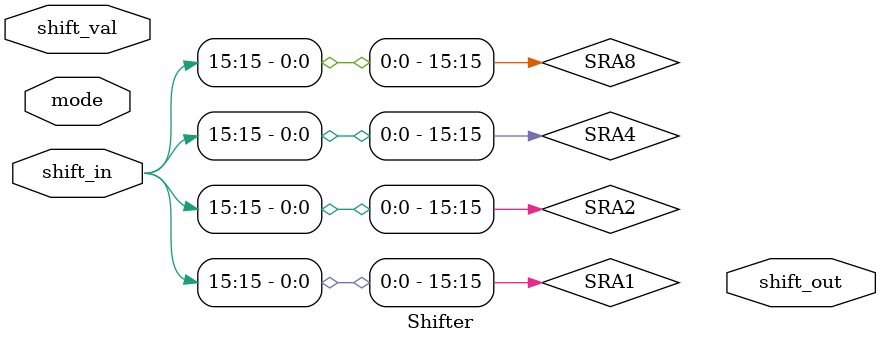
<source format=v>
module Shifter (shift_in, shift_val, mode, shift_out);

input [15:0] shift_in; //This is the number to perform shift operation on
input [3:0] shift_val; //Shift amount (used to shift the ?shift_in?)
input  mode; // To indicate SLL or SRA 
output [15:0] shift_out; //Shifter value

wire [15:0] SRA1;
wire [15:0] SRA2;
wire [15:0] SRA4;
wire [15:0] SRA8;

//SHIFT RIGHT ARITHMETIC 
//bit 0 
assign SRA1[0] = shift_val[0] ? shift_in[1] : shift_in[0];  
assign SRA1[1] = shift_val[0] ? shift_in[2] : shift_in[1]; 
assign SRA1[2] = shift_val[0] ? shift_in[3] : shift_in[2]; 
assign SRA1[3] = shift_val[0] ? shift_in[4] : shift_in[3]; 
assign SRA1[4] = shift_val[0] ? shift_in[5] : shift_in[4]; 
assign SRA1[5] = shift_val[0] ? shift_in[6] : shift_in[5]; 
assign SRA1[6] = shift_val[0] ? shift_in[7] : shift_in[6]; 
assign SRA1[7] = shift_val[0] ? shift_in[8] : shift_in[7]; 
assign SRA1[8] = shift_val[0] ? shift_in[9] : shift_in[8];  
assign SRA1[9] = shift_val[0] ? shift_in[10] : shift_in[9]; 
assign SRA1[10] = shift_val[0] ? shift_in[11] : shift_in[10]; 
assign SRA1[11] = shift_val[0] ? shift_in[12] : shift_in[11]; 
assign SRA1[12] = shift_val[0] ? shift_in[13] : shift_in[12]; 
assign SRA1[13] = shift_val[0] ? shift_in[14] : shift_in[13]; 
assign SRA1[14] = shift_val[0] ? shift_in[15] : shift_in[14]; 
assign SRA1[15] = shift_val[0] ? shift_in[15] : shift_in[15]; 

//bit 1
assign SRA2[0] = shift_val[1] ? SRA1[2] : SRA1[0];
assign SRA2[1] = shift_val[1] ? SRA1[3] : SRA1[1];
assign SRA2[2] = shift_val[1] ? SRA1[4] : SRA1[2];
assign SRA2[3] = shift_val[1] ? SRA1[5] : SRA1[3];
assign SRA2[4] = shift_val[1] ? SRA1[6] : SRA1[4];
assign SRA2[5] = shift_val[1] ? SRA1[7] : SRA1[5];
assign SRA2[6] = shift_val[1] ? SRA1[8] : SRA1[6];
assign SRA2[7] = shift_val[1] ? SRA1[9] : SRA1[7];
assign SRA2[8] = shift_val[1] ? SRA1[10] : SRA1[8];
assign SRA2[9] = shift_val[1] ? SRA1[11] : SRA1[9];
assign SRA2[10] = shift_val[1] ? SRA1[12] : SRA1[10];
assign SRA2[11] = shift_val[1] ? SRA1[13] : SRA1[11];
assign SRA2[12] = shift_val[1] ? SRA1[14] : SRA1[12];
assign SRA2[13] = shift_val[1] ? SRA1[15] : SRA1[13];
assign SRA2[14] = shift_val[1] ? SRA1[15] : SRA1[14];
assign SRA2[15] = shift_val[1] ? SRA1[15] : SRA1[15];


//bit 2

assign SRA4[1] = shift_val[2] ? SRA2[4] : SRA2[1];
assign SRA4[2] = shift_val[2] ? SRA2[5] : SRA2[2];
assign SRA4[3] = shift_val[2] ? SRA2[6] : SRA2[3];
assign SRA4[4] = shift_val[2] ? SRA2[7] : SRA2[4];
assign SRA4[5] = shift_val[2] ? SRA2[8] : SRA2[5];
assign SRA4[6] = shift_val[2] ? SRA2[9] : SRA2[6];
assign SRA4[7] = shift_val[2] ? SRA2[10] : SRA2[7];
assign SRA4[8] = shift_val[2] ? SRA2[11] : SRA2[8];
assign SRA4[9] = shift_val[2] ? SRA2[12] : SRA2[9];
assign SRA4[10] = shift_val[2] ? SRA2[13] : SRA2[10];
assign SRA4[11] = shift_val[2] ? SRA2[14] : SRA2[11];
assign SRA4[12] = shift_val[2] ? SRA2[15] : SRA2[12];
assign SRA4[13] = shift_val[2] ? SRA2[15] : SRA2[13];
assign SRA4[14] = shift_val[2] ? SRA2[15] : SRA2[14];
assign SRA4[15] = shift_val[2] ? SRA2[15] : SRA2[15];

//bit 3
assign SRA8[0] = shift_val[3] ? SRA4[8] : SRA4[0];
assign SRA8[1] = shift_val[3] ? SRA4[9] : SRA4[1];
assign SRA8[2] = shift_val[3] ? SRA4[10] : SRA4[2];
assign SRA8[3] = shift_val[3] ? SRA4[11] : SRA4[3];
assign SRA8[4] = shift_val[3] ? SRA4[12] : SRA4[4];
assign SRA8[5] = shift_val[3] ? SRA4[13] : SRA4[5];
assign SRA8[6] = shift_val[3] ? SRA4[14] : SRA4[6];
assign SRA8[7] = shift_val[3] ? SRA4[15] : SRA4[7];
assign SRA8[8] = shift_val[3] ? SRA4[15] : SRA4[8];
assign SRA8[9] = shift_val[3] ? SRA4[15] : SRA4[9];
assign SRA8[10] = shift_val[3] ? SRA4[15] : SRA4[10];
assign SRA8[11] = shift_val[3] ? SRA4[15] : SRA4[11];
assign SRA8[12] = shift_val[3] ? SRA4[15] : SRA4[12];
assign SRA8[13] = shift_val[3] ? SRA4[15] : SRA4[13];
assign SRA8[14] = shift_val[3] ? SRA4[15] : SRA4[14];
assign SRA8[15] = shift_val[3] ? SRA4[15] : SRA4[15];

//SHIFT LEFT LOGICAL 
//bit 0

//bit 1
//bit 2
//bit 3

//bit2
endmodule


</source>
